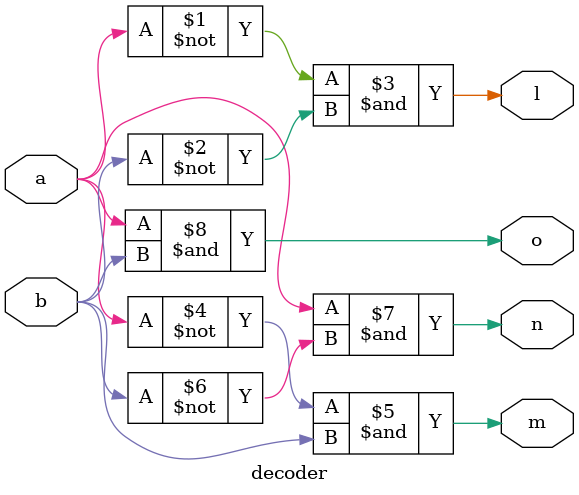
<source format=v>
`timescale 1ns / 1ps


module decoder(
input a,b,
output l,m,n,o
    );
assign l=(~a)&(~b);
assign m=(~a)&b;
assign n=a&(~b);
assign o=a&b;
endmodule

</source>
